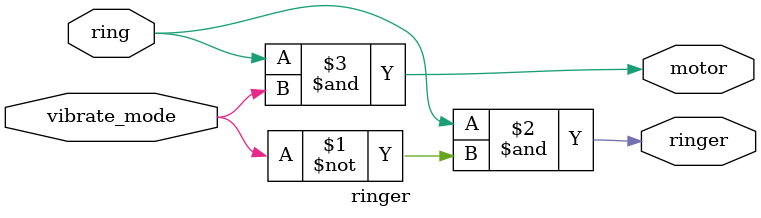
<source format=v>

module ringer(
  input ring,
  input vibrate_mode,
  output ringer,
  output motor

);

  assign ringer = ring & ~vibrate_mode;
  assign motor = ring & vibrate_mode;

endmodule




</source>
